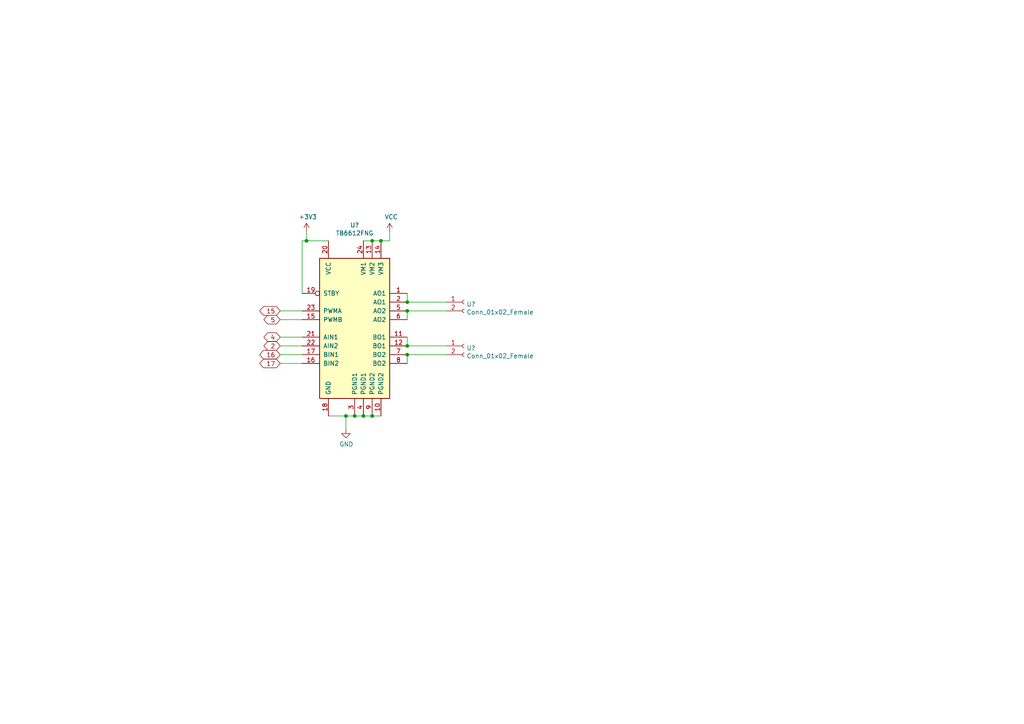
<source format=kicad_sch>
(kicad_sch (version 20211123) (generator eeschema)
  (paper "A4")
  (lib_symbols
    (symbol "Connector:Conn_01x02_Female" (pin_names (offset 1.016) hide)
      (property "Reference" "J" (at 0 2.54 0))
      (property "Value" "Conn_01x02_Female" (at 0 -5.08 0))
      (symbol "Conn_01x02_Female_1_1"
        (arc (start 0 -2.032) (mid -0.508 -2.54) (end 0 -3.048) (stroke (width 0.1524)))
        (polyline (pts (xy -1.27 -2.54) (xy -0.508 -2.54)) (stroke (width 0.1524)))
        (polyline (pts (xy -1.27 0) (xy -0.508 0)) (stroke (width 0.1524)))
        (arc (start 0 0.508) (mid -0.508 0) (end 0 -0.508) (stroke (width 0.1524)))
        (pin passive line (at -5.08 0 0) (length 3.81) (name "Pin_1") (number "1"))
        (pin passive line (at -5.08 -2.54 0) (length 3.81) (name "Pin_2") (number "2"))
      )
    )
    (symbol "Micromouse_V01-rescue:+3.3V-power" (power) (pin_names (offset 0))
      (property "Value" "+3.3V-power" (at 0 3.556 0))
      (symbol "+3.3V-power_0_1"
        (polyline (pts (xy -0.762 1.27) (xy 0 2.54)))
        (polyline (pts (xy 0 0) (xy 0 2.54)))
        (polyline (pts (xy 0 2.54) (xy 0.762 1.27)))
      )
      (symbol "+3.3V-power_1_1"
        (pin power_in line (at 0 0 90) (length 0) hide (name "+3V3") (number "1"))
      )
    )
    (symbol "Micromouse_V01-rescue:TB6612FNG-Driver_Motor" (pin_names (offset 1.016))
      (property "Reference" "U" (at 11.43 17.78 0))
      (property "Value" "TB6612FNG-Driver_Motor" (at 11.43 15.24 0))
      (symbol "TB6612FNG-Driver_Motor_0_1"
        (rectangle (start -10.16 20.32) (end 10.16 -20.32) (stroke (width 0.254)) (fill (type background)))
      )
      (symbol "TB6612FNG-Driver_Motor_1_1"
        (pin power_out line (at 15.24 10.16 180) (length 5.08) (name "AO1") (number "1"))
        (pin power_in line (at 7.62 -25.4 90) (length 5.08) (name "PGND2") (number "10"))
        (pin power_out line (at 15.24 -2.54 180) (length 5.08) (name "BO1") (number "11"))
        (pin power_out line (at 15.24 -5.08 180) (length 5.08) (name "BO1") (number "12"))
        (pin power_in line (at 5.08 25.4 270) (length 5.08) (name "VM2") (number "13"))
        (pin power_in line (at 7.62 25.4 270) (length 5.08) (name "VM3") (number "14"))
        (pin input line (at -15.24 2.54 0) (length 5.08) (name "PWMB") (number "15"))
        (pin input line (at -15.24 -10.16 0) (length 5.08) (name "BIN2") (number "16"))
        (pin input line (at -15.24 -7.62 0) (length 5.08) (name "BIN1") (number "17"))
        (pin power_in line (at -7.62 -25.4 90) (length 5.08) (name "GND") (number "18"))
        (pin input inverted (at -15.24 10.16 0) (length 5.08) (name "STBY") (number "19"))
        (pin power_out line (at 15.24 7.62 180) (length 5.08) (name "AO1") (number "2"))
        (pin power_in line (at -7.62 25.4 270) (length 5.08) (name "VCC") (number "20"))
        (pin input line (at -15.24 -2.54 0) (length 5.08) (name "AIN1") (number "21"))
        (pin input line (at -15.24 -5.08 0) (length 5.08) (name "AIN2") (number "22"))
        (pin input line (at -15.24 5.08 0) (length 5.08) (name "PWMA") (number "23"))
        (pin power_in line (at 2.54 25.4 270) (length 5.08) (name "VM1") (number "24"))
        (pin power_in line (at 0 -25.4 90) (length 5.08) (name "PGND1") (number "3"))
        (pin power_in line (at 2.54 -25.4 90) (length 5.08) (name "PGND1") (number "4"))
        (pin power_out line (at 15.24 5.08 180) (length 5.08) (name "AO2") (number "5"))
        (pin power_out line (at 15.24 2.54 180) (length 5.08) (name "AO2") (number "6"))
        (pin power_out line (at 15.24 -7.62 180) (length 5.08) (name "BO2") (number "7"))
        (pin power_out line (at 15.24 -10.16 180) (length 5.08) (name "BO2") (number "8"))
        (pin power_in line (at 5.08 -25.4 90) (length 5.08) (name "PGND2") (number "9"))
      )
    )
    (symbol "power:GND" (power) (pin_names (offset 0))
      (property "Value" "GND" (at 0 -3.81 0))
      (symbol "GND_0_1"
        (polyline (pts (xy 0 0) (xy 0 -1.27) (xy 1.27 -1.27) (xy 0 -2.54) (xy -1.27 -1.27) (xy 0 -1.27)))
      )
      (symbol "GND_1_1"
        (pin power_in line (at 0 0 270) (length 0) hide (name "GND") (number "1"))
      )
    )
    (symbol "power:VCC" (power) (pin_names (offset 0))
      (property "Value" "VCC" (at 0 3.81 0))
      (symbol "VCC_0_1"
        (polyline (pts (xy -0.762 1.27) (xy 0 2.54)))
        (polyline (pts (xy 0 0) (xy 0 2.54)))
        (polyline (pts (xy 0 2.54) (xy 0.762 1.27)))
      )
      (symbol "VCC_1_1"
        (pin power_in line (at 0 0 90) (length 0) hide (name "VCC") (number "1"))
      )
    )
  )
  (junction (at 105.41 120.65))
  (junction (at 100.33 120.65))
  (junction (at 118.11 102.87))
  (junction (at 118.11 100.33))
  (junction (at 118.11 87.63))
  (junction (at 118.11 90.17))
  (junction (at 107.95 69.85))
  (junction (at 107.95 120.65))
  (junction (at 110.49 69.85))
  (junction (at 102.87 120.65))
  (junction (at 88.9 69.85))
  (wire (pts (xy 88.9 67.31) (xy 88.9 69.85)))
  (wire (pts (xy 118.11 100.33) (xy 118.11 97.79)))
  (wire (pts (xy 113.03 69.85) (xy 110.49 69.85)))
  (wire (pts (xy 87.63 97.79) (xy 81.28 97.79)))
  (wire (pts (xy 129.54 100.33) (xy 118.11 100.33)))
  (wire (pts (xy 100.33 120.65) (xy 95.25 120.65)))
  (wire (pts (xy 118.11 102.87) (xy 129.54 102.87)))
  (wire (pts (xy 110.49 120.65) (xy 107.95 120.65)))
  (wire (pts (xy 87.63 69.85) (xy 88.9 69.85)))
  (wire (pts (xy 88.9 69.85) (xy 95.25 69.85)))
  (wire (pts (xy 118.11 102.87) (xy 118.11 105.41)))
  (wire (pts (xy 87.63 85.09) (xy 87.63 69.85)))
  (wire (pts (xy 102.87 120.65) (xy 100.33 120.65)))
  (wire (pts (xy 107.95 69.85) (xy 105.41 69.85)))
  (wire (pts (xy 118.11 92.71) (xy 118.11 90.17)))
  (wire (pts (xy 118.11 87.63) (xy 118.11 85.09)))
  (wire (pts (xy 81.28 100.33) (xy 87.63 100.33)))
  (wire (pts (xy 87.63 90.17) (xy 81.28 90.17)))
  (wire (pts (xy 81.28 92.71) (xy 87.63 92.71)))
  (wire (pts (xy 107.95 120.65) (xy 105.41 120.65)))
  (wire (pts (xy 110.49 69.85) (xy 107.95 69.85)))
  (wire (pts (xy 113.03 67.31) (xy 113.03 69.85)))
  (wire (pts (xy 129.54 87.63) (xy 118.11 87.63)))
  (wire (pts (xy 81.28 105.41) (xy 87.63 105.41)))
  (wire (pts (xy 87.63 102.87) (xy 81.28 102.87)))
  (wire (pts (xy 105.41 120.65) (xy 102.87 120.65)))
  (wire (pts (xy 129.54 90.17) (xy 118.11 90.17)))
  (wire (pts (xy 100.33 124.46) (xy 100.33 120.65)))
  (global_label "2" (shape bidirectional) (at 81.28 100.33 180) (property "Intersheet References" "${INTERSHEET_REFS}" (effects hide)))
  (global_label "5" (shape bidirectional) (at 81.28 92.71 180) (property "Intersheet References" "${INTERSHEET_REFS}" (effects hide)))
  (global_label "4" (shape bidirectional) (at 81.28 97.79 180) (property "Intersheet References" "${INTERSHEET_REFS}" (effects hide)))
  (global_label "15" (shape bidirectional) (at 81.28 90.17 180) (property "Intersheet References" "${INTERSHEET_REFS}" (effects hide)))
  (global_label "17" (shape bidirectional) (at 81.28 105.41 180) (property "Intersheet References" "${INTERSHEET_REFS}" (effects hide)))
  (global_label "16" (shape bidirectional) (at 81.28 102.87 180) (property "Intersheet References" "${INTERSHEET_REFS}" (effects hide)))
  (symbol (lib_id "power:VCC") (at 113.03 67.31 0) (unit 1)
    (property "Value" "VCC" (at 113.4618 62.9158 0))
  )
  (symbol (lib_id "Micromouse_V01-rescue:+3.3V-power") (at 88.9 67.31 0) (unit 1)
    (property "Value" "+3.3V" (at 89.281 62.9158 0))
  )
  (symbol (lib_id "power:GND") (at 100.33 124.46 0) (unit 1)
    (property "Value" "GND" (at 100.457 128.8542 0))
  )
  (symbol (lib_id "Connector:Conn_01x02_Female") (at 134.62 100.33 0) (unit 1)
    (property "Value" "Conn_01x02_Female" (at 135.3058 103.251 0) (effects (justify left)))
    (property "Footprint" "Connector_PinSocket_2.00mm:PinSocket_1x02_P2.00mm_Vertical" (effects hide))
  )
  (symbol (lib_id "Connector:Conn_01x02_Female") (at 134.62 87.63 0) (unit 1)
    (property "Value" "Conn_01x02_Female" (at 135.3058 90.551 0) (effects (justify left)))
    (property "Footprint" "Connector_PinSocket_2.00mm:PinSocket_1x02_P2.00mm_Vertical" (effects hide))
  )
  (symbol (lib_id "Micromouse_V01-rescue:TB6612FNG-Driver_Motor") (at 102.87 95.25 0) (unit 1)
    (property "Value" "TB6612FNG" (at 102.87 67.6402 0))
    (property "Footprint" "parts:TB6612FNG" (effects hide))
    (property "Datasheet" "https://toshiba.semicon-storage.com/us/product/linear/motordriver/detail.TB6612FNG.html" (effects hide))
  )
)
</source>
